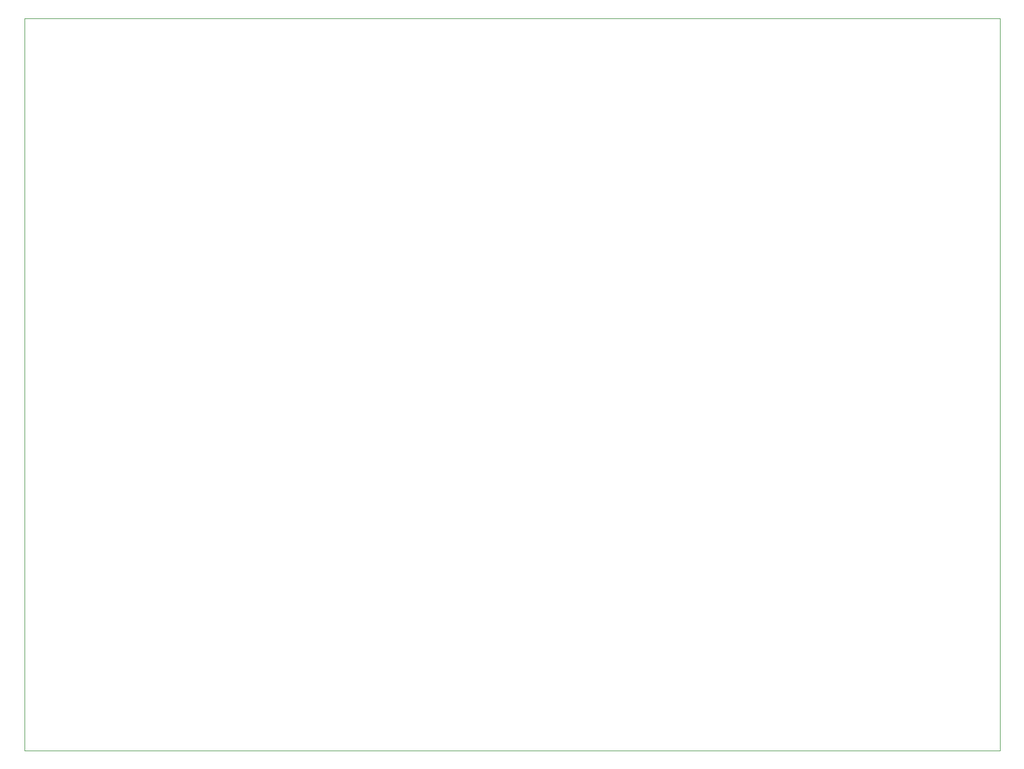
<source format=gbr>
%TF.GenerationSoftware,KiCad,Pcbnew,(5.1.6)-1*%
%TF.CreationDate,2023-02-06T18:30:28+01:00*%
%TF.ProjectId,VisionIndustrielle_TP,56697369-6f6e-4496-9e64-757374726965,rev?*%
%TF.SameCoordinates,Original*%
%TF.FileFunction,Profile,NP*%
%FSLAX46Y46*%
G04 Gerber Fmt 4.6, Leading zero omitted, Abs format (unit mm)*
G04 Created by KiCad (PCBNEW (5.1.6)-1) date 2023-02-06 18:30:28*
%MOMM*%
%LPD*%
G01*
G04 APERTURE LIST*
%TA.AperFunction,Profile*%
%ADD10C,0.050000*%
%TD*%
G04 APERTURE END LIST*
D10*
X6350000Y-74930000D02*
X6350000Y-186055000D01*
X154305000Y-74930000D02*
X6350000Y-74930000D01*
X154305000Y-186055000D02*
X154305000Y-74930000D01*
X6350000Y-186055000D02*
X154305000Y-186055000D01*
M02*

</source>
